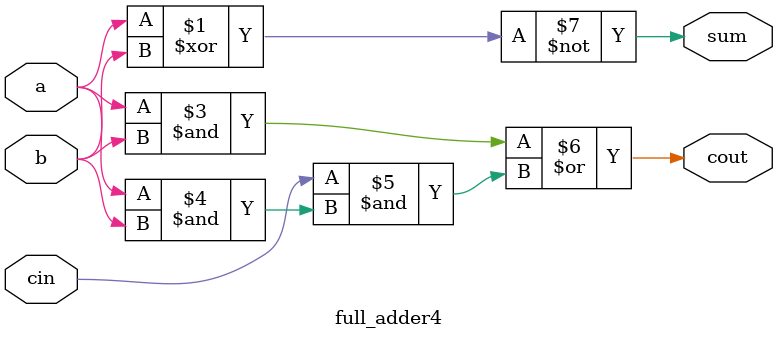
<source format=v>
module full_adder4(a,b,cin,sum,cout);
input a,b,cin;
output sum,cout;
assign sum = a^b^1'b1;
assign cout = a&b|cin&(a&b); 
// initial begin
//     $display("The incorrect adder with xor1 having in2/1");
// end   
endmodule
</source>
